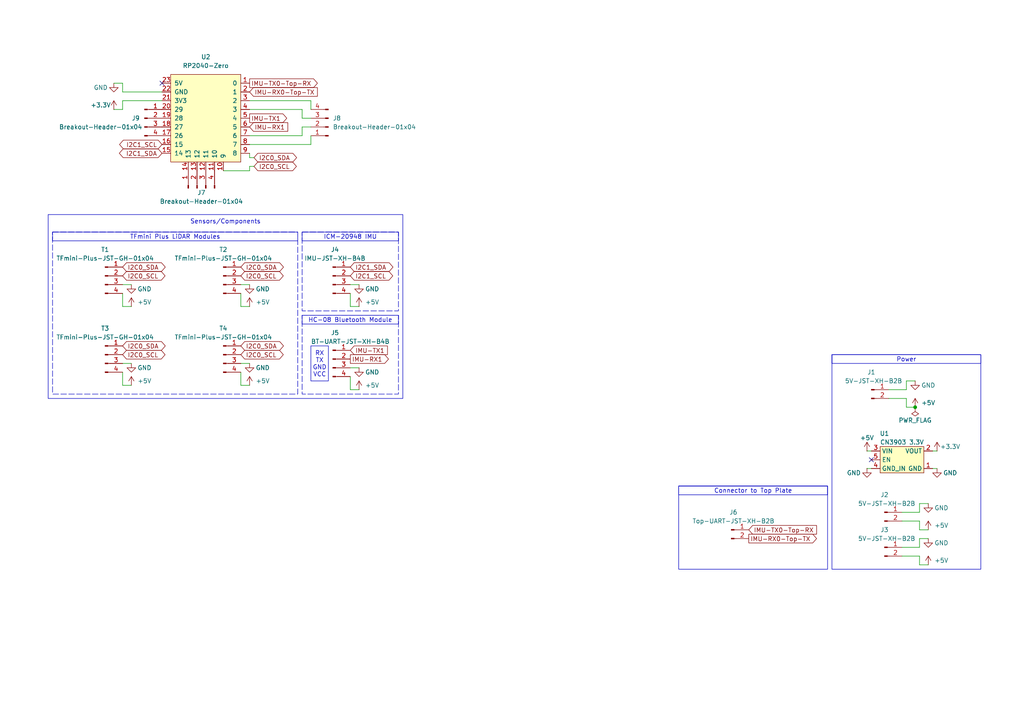
<source format=kicad_sch>
(kicad_sch (version 20231120) (generator "eeschema") (generator_version "8.0")
  (paper "A4")
  (title_block (title "IMU Plate") (date "2024-06-09") (rev "1.0.0") (company "Zhou Yikun & Zachary Ang") (comment 1 "RoboCup Junior Soccer Open 2024"))
  (lib_symbols
    (symbol "+3.3V_1" (power) (pin_numbers hide) (pin_names (offset 0) hide)
      (property "Value" "+3.3V" (at 0 3.556 0))
      (symbol "+3.3V_1_0_1"
        (polyline (pts (xy -0.762 1.27) (xy 0 2.54)))
        (polyline (pts (xy 0 0) (xy 0 2.54)))
        (polyline (pts (xy 0 2.54) (xy 0.762 1.27)))
      )
      (symbol "+3.3V_1_1_1"
        (pin power_in line (at 0 0 90) (length 0) (name "~") (number "1"))
      )
    )
    (symbol "Connector:Conn_01x02_Pin" (pin_names (offset 1.016) hide)
      (property "Reference" "J" (at 0 2.54 0))
      (property "Value" "Conn_01x02_Pin" (at 0 -5.08 0))
      (symbol "Conn_01x02_Pin_1_1"
        (polyline (pts (xy 1.27 -2.54) (xy 0.8636 -2.54)) (stroke (width 0.1524)))
        (polyline (pts (xy 1.27 0) (xy 0.8636 0)) (stroke (width 0.1524)))
        (rectangle (start 0.8636 -2.413) (end 0 -2.667) (stroke (width 0.1524)) (fill (type outline)))
        (rectangle (start 0.8636 0.127) (end 0 -0.127) (stroke (width 0.1524)) (fill (type outline)))
        (pin passive line (at 5.08 0 180) (length 3.81) (name "Pin_1") (number "1"))
        (pin passive line (at 5.08 -2.54 180) (length 3.81) (name "Pin_2") (number "2"))
      )
    )
    (symbol "Connector:Conn_01x04_Pin" (pin_names (offset 1.016) hide)
      (property "Reference" "J" (at 0 5.08 0))
      (property "Value" "Conn_01x04_Pin" (at 0 -7.62 0))
      (symbol "Conn_01x04_Pin_1_1"
        (polyline (pts (xy 1.27 -5.08) (xy 0.8636 -5.08)) (stroke (width 0.1524)))
        (polyline (pts (xy 1.27 -2.54) (xy 0.8636 -2.54)) (stroke (width 0.1524)))
        (polyline (pts (xy 1.27 0) (xy 0.8636 0)) (stroke (width 0.1524)))
        (polyline (pts (xy 1.27 2.54) (xy 0.8636 2.54)) (stroke (width 0.1524)))
        (rectangle (start 0.8636 -4.953) (end 0 -5.207) (stroke (width 0.1524)) (fill (type outline)))
        (rectangle (start 0.8636 -2.413) (end 0 -2.667) (stroke (width 0.1524)) (fill (type outline)))
        (rectangle (start 0.8636 0.127) (end 0 -0.127) (stroke (width 0.1524)) (fill (type outline)))
        (rectangle (start 0.8636 2.667) (end 0 2.413) (stroke (width 0.1524)) (fill (type outline)))
        (pin passive line (at 5.08 2.54 180) (length 3.81) (name "Pin_1") (number "1"))
        (pin passive line (at 5.08 0 180) (length 3.81) (name "Pin_2") (number "2"))
        (pin passive line (at 5.08 -2.54 180) (length 3.81) (name "Pin_3") (number "3"))
        (pin passive line (at 5.08 -5.08 180) (length 3.81) (name "Pin_4") (number "4"))
      )
    )
    (symbol "GND_1" (power) (pin_numbers hide) (pin_names (offset 0) hide)
      (property "Value" "GND" (at 0 -3.81 0))
      (symbol "GND_1_0_1"
        (polyline (pts (xy 0 0) (xy 0 -1.27) (xy 1.27 -1.27) (xy 0 -2.54) (xy -1.27 -1.27) (xy 0 -1.27)))
      )
      (symbol "GND_1_1_1"
        (pin power_in line (at 0 0 270) (length 0) (name "~") (number "1"))
      )
    )
    (symbol "GND_2" (power) (pin_names (offset 0))
      (property "Value" "GND" (at 0 -3.81 0))
      (symbol "GND_2_0_1"
        (polyline (pts (xy 0 0) (xy 0 -1.27) (xy 1.27 -1.27) (xy 0 -2.54) (xy -1.27 -1.27) (xy 0 -1.27)))
      )
      (symbol "GND_2_1_1"
        (pin power_in line (at 0 0 270) (length 0) hide (name "GND") (number "1"))
      )
    )
    (symbol "PorridgePi-Symbols:RP2040-Zero" (pin_names (offset 1.016))
      (property "Reference" "U" (at 0 12.7 0))
      (property "Value" "RP2040-Zero" (at 0.254 0 0))
      (symbol "RP2040-Zero_1_1"
        (rectangle (start -10.16 11.43) (end 10.16 -13.97) (fill (type background)))
        (pin bidirectional line (at 12.7 8.89 180) (length 2.54) (name "0") (number "1"))
        (pin bidirectional line (at 5.08 -16.51 90) (length 2.54) (name "9") (number "10"))
        (pin bidirectional line (at 2.54 -16.51 90) (length 2.54) (name "10") (number "11"))
        (pin bidirectional line (at 0 -16.51 90) (length 2.54) (name "11") (number "12"))
        (pin bidirectional line (at -2.54 -16.51 90) (length 2.54) (name "12") (number "13"))
        (pin bidirectional line (at -5.08 -16.51 90) (length 2.54) (name "13") (number "14"))
        (pin bidirectional line (at -12.7 -11.43 0) (length 2.54) (name "14") (number "15"))
        (pin bidirectional line (at -12.7 -8.89 0) (length 2.54) (name "15") (number "16"))
        (pin bidirectional line (at -12.7 -6.35 0) (length 2.54) (name "26") (number "17"))
        (pin bidirectional line (at -12.7 -3.81 0) (length 2.54) (name "27") (number "18"))
        (pin bidirectional line (at -12.7 -1.27 0) (length 2.54) (name "28") (number "19"))
        (pin bidirectional line (at 12.7 6.35 180) (length 2.54) (name "1") (number "2"))
        (pin bidirectional line (at -12.7 1.27 0) (length 2.54) (name "29") (number "20"))
        (pin power_in line (at -12.7 3.81 0) (length 2.54) (name "3V3") (number "21"))
        (pin power_in line (at -12.7 6.35 0) (length 2.54) (name "GND") (number "22"))
        (pin power_in line (at -12.7 8.89 0) (length 2.54) (name "5V") (number "23"))
        (pin bidirectional line (at 12.7 3.81 180) (length 2.54) (name "2") (number "3"))
        (pin bidirectional line (at 12.7 1.27 180) (length 2.54) (name "3") (number "4"))
        (pin bidirectional line (at 12.7 -1.27 180) (length 2.54) (name "4") (number "5"))
        (pin bidirectional line (at 12.7 -3.81 180) (length 2.54) (name "5") (number "6"))
        (pin bidirectional line (at 12.7 -6.35 180) (length 2.54) (name "6") (number "7"))
        (pin bidirectional line (at 12.7 -8.89 180) (length 2.54) (name "7") (number "8"))
        (pin bidirectional line (at 12.7 -11.43 180) (length 2.54) (name "8") (number "9"))
      )
    )
    (symbol "PorridgePi-Symbols:VREG-Voltage-Regulator"
      (property "Reference" "U" (at -5.08 5.08 0))
      (symbol "VREG-Voltage-Regulator_1_1"
        (rectangle (start -6.35 3.81) (end 6.35 -3.81) (fill (type background)))
        (pin power_out line (at 8.89 -2.54 180) (length 2.54) (name "GND") (number "1"))
        (pin power_out line (at 8.89 2.54 180) (length 2.54) (name "VOUT") (number "2"))
        (pin power_in line (at -8.89 2.54 0) (length 2.54) (name "VIN") (number "3"))
        (pin power_in line (at -8.89 -2.54 0) (length 2.54) (name "GND_IN") (number "4"))
        (pin input line (at -8.89 0 0) (length 2.54) (name "EN") (number "5"))
      )
    )
    (symbol "power:+5V" (power) (pin_numbers hide) (pin_names (offset 0) hide)
      (property "Value" "+5V" (at 0 3.556 0))
      (symbol "+5V_0_1"
        (polyline (pts (xy -0.762 1.27) (xy 0 2.54)))
        (polyline (pts (xy 0 0) (xy 0 2.54)))
        (polyline (pts (xy 0 2.54) (xy 0.762 1.27)))
      )
      (symbol "+5V_1_1"
        (pin power_in line (at 0 0 90) (length 0) (name "~") (number "1"))
      )
    )
    (symbol "power:GND" (power) (pin_names (offset 0))
      (property "Value" "GND" (at 0 -3.81 0))
      (symbol "GND_0_1"
        (polyline (pts (xy 0 0) (xy 0 -1.27) (xy 1.27 -1.27) (xy 0 -2.54) (xy -1.27 -1.27) (xy 0 -1.27)))
      )
      (symbol "GND_1_1"
        (pin power_in line (at 0 0 270) (length 0) hide (name "GND") (number "1"))
      )
    )
    (symbol "power:GND1" (power) (pin_numbers hide) (pin_names (offset 0) hide)
      (property "Value" "GND1" (at 0 -3.81 0))
      (symbol "GND1_0_1"
        (polyline (pts (xy 0 0) (xy 0 -1.27) (xy 1.27 -1.27) (xy 0 -2.54) (xy -1.27 -1.27) (xy 0 -1.27)))
      )
      (symbol "GND1_1_1"
        (pin power_in line (at 0 0 270) (length 0) (name "~") (number "1"))
      )
    )
    (symbol "power:PWR_FLAG" (power) (pin_numbers hide) (pin_names (offset 0) hide)
      (property "Value" "PWR_FLAG" (at 0 3.81 0))
      (symbol "PWR_FLAG_0_0"
        (pin power_out line (at 0 0 90) (length 0) (name "~") (number "1"))
      )
      (symbol "PWR_FLAG_0_1"
        (polyline (pts (xy 0 0) (xy 0 1.27) (xy -1.016 1.905) (xy 0 2.54) (xy 1.016 1.905) (xy 0 1.27)))
      )
    )
  )
  (junction (at 265.43 118.11))
  (no_connect (at 252.73 133.35))
  (no_connect (at 46.99 24.13))
  (wire (pts (xy 35.56 111.76) (xy 38.1 111.76)))
  (wire (pts (xy 35.56 24.13) (xy 33.02 24.13)))
  (wire (pts (xy 35.56 26.67) (xy 46.99 26.67)))
  (wire (pts (xy 266.7 151.13) (xy 261.62 151.13)))
  (wire (pts (xy 69.85 82.55) (xy 72.39 82.55)))
  (wire (pts (xy 69.85 111.76) (xy 72.39 111.76)))
  (wire (pts (xy 72.39 31.75) (xy 87.63 31.75)))
  (wire (pts (xy 266.7 163.83) (xy 269.24 163.83)))
  (wire (pts (xy 72.39 45.72) (xy 72.39 44.45)))
  (wire (pts (xy 87.63 36.83) (xy 90.17 36.83)))
  (wire (pts (xy 266.7 163.83) (xy 266.7 161.29)))
  (wire (pts (xy 90.17 41.91) (xy 90.17 39.37)))
  (wire (pts (xy 266.7 153.67) (xy 269.24 153.67)))
  (wire (pts (xy 266.7 146.05) (xy 269.24 146.05)))
  (wire (pts (xy 69.85 111.76) (xy 69.85 107.95)))
  (wire (pts (xy 73.66 45.72) (xy 72.39 45.72)))
  (wire (pts (xy 35.56 88.9) (xy 35.56 85.09)))
  (wire (pts (xy 266.7 158.75) (xy 261.62 158.75)))
  (wire (pts (xy 266.7 146.05) (xy 266.7 148.59)))
  (wire (pts (xy 69.85 88.9) (xy 72.39 88.9)))
  (wire (pts (xy 271.78 130.81) (xy 270.51 130.81)))
  (wire (pts (xy 87.63 31.75) (xy 87.63 34.29)))
  (wire (pts (xy 72.39 39.37) (xy 87.63 39.37)))
  (wire (pts (xy 35.56 24.13) (xy 35.56 26.67)))
  (wire (pts (xy 251.46 130.81) (xy 252.73 130.81)))
  (wire (pts (xy 266.7 156.21) (xy 269.24 156.21)))
  (wire (pts (xy 262.89 118.11) (xy 265.43 118.11)))
  (wire (pts (xy 104.14 113.03) (xy 101.6 113.03)))
  (wire (pts (xy 271.78 135.89) (xy 270.51 135.89)))
  (wire (pts (xy 33.02 31.75) (xy 35.56 31.75)))
  (wire (pts (xy 262.89 113.03) (xy 257.81 113.03)))
  (wire (pts (xy 35.56 111.76) (xy 35.56 107.95)))
  (wire (pts (xy 266.7 153.67) (xy 266.7 151.13)))
  (wire (pts (xy 101.6 82.55) (xy 104.14 82.55)))
  (wire (pts (xy 101.6 106.68) (xy 104.14 106.68)))
  (wire (pts (xy 266.7 148.59) (xy 261.62 148.59)))
  (wire (pts (xy 262.89 110.49) (xy 265.43 110.49)))
  (wire (pts (xy 72.39 48.26) (xy 72.39 49.53)))
  (wire (pts (xy 101.6 113.03) (xy 101.6 109.22)))
  (wire (pts (xy 69.85 105.41) (xy 72.39 105.41)))
  (wire (pts (xy 35.56 29.21) (xy 46.99 29.21)))
  (wire (pts (xy 262.89 118.11) (xy 262.89 115.57)))
  (wire (pts (xy 35.56 29.21) (xy 35.56 31.75)))
  (wire (pts (xy 35.56 88.9) (xy 38.1 88.9)))
  (wire (pts (xy 72.39 49.53) (xy 64.77 49.53)))
  (wire (pts (xy 72.39 48.26) (xy 73.66 48.26)))
  (wire (pts (xy 72.39 29.21) (xy 90.17 29.21)))
  (wire (pts (xy 101.6 88.9) (xy 101.6 85.09)))
  (wire (pts (xy 266.7 161.29) (xy 261.62 161.29)))
  (wire (pts (xy 72.39 41.91) (xy 90.17 41.91)))
  (wire (pts (xy 251.46 135.89) (xy 252.73 135.89)))
  (wire (pts (xy 87.63 39.37) (xy 87.63 36.83)))
  (wire (pts (xy 262.89 110.49) (xy 262.89 113.03)))
  (wire (pts (xy 90.17 29.21) (xy 90.17 31.75)))
  (wire (pts (xy 266.7 156.21) (xy 266.7 158.75)))
  (wire (pts (xy 101.6 88.9) (xy 104.14 88.9)))
  (wire (pts (xy 87.63 34.29) (xy 90.17 34.29)))
  (wire (pts (xy 69.85 88.9) (xy 69.85 85.09)))
  (wire (pts (xy 35.56 82.55) (xy 38.1 82.55)))
  (wire (pts (xy 35.56 105.41) (xy 38.1 105.41)))
  (wire (pts (xy 262.89 115.57) (xy 257.81 115.57)))
  (rectangle (start 87.63 91.44) (end 115.57 114.3) (stroke (width 0) (type dash)))
  (rectangle (start 196.85 140.97) (end 240.03 165.1))
  (rectangle (start 87.63 67.31) (end 115.57 90.17) (stroke (width 0) (type dash)))
  (rectangle (start 15.24 67.31) (end 86.36 114.3) (stroke (width 0) (type dash)))
  (rectangle (start 13.97 62.23) (end 116.84 115.57))
  (rectangle (start 241.3 102.87) (end 284.48 165.1))
  (text_box "Power" (at 241.3 102.87 0) (size 43.18 2.54) (effects (font (size 1.27 1.27))))
  (text_box "Connector to Top Plate" (at 196.85 140.97 0) (size 43.18 2.54) (effects (font (size 1.27 1.27))))
  (text_box "ICM-20948 IMU" (at 87.63 67.31 0) (size 27.94 2.54) (effects (font (size 1.27 1.27))))
  (text_box "HC-08 Bluetooth Module" (at 87.63 91.44 0) (size 27.94 2.54) (effects (font (size 1.27 1.27))))
  (text_box "RX\nTX\nGND\nVCC" (at 90.17 100.33 0) (size 5.08 10.16) (effects (font (size 1.27 1.27))))
  (text_box "Sensors/Components" (at 13.97 62.23 0) (size 102.87 3.81) (stroke (width -0.0001)) (effects (font (size 1.27 1.27))))
  (text_box "TFmini Plus LiDAR Modules" (at 15.24 67.31 0) (size 71.12 2.54) (effects (font (size 1.27 1.27))))
  (global_label "I2C1_SDA" (shape bidirectional) (at 46.99 44.45 180) (property "Intersheetrefs" "${INTERSHEET_REFS}" (effects (hide yes))))
  (global_label "I2C0_SCL" (shape bidirectional) (at 69.85 80.01 0) (property "Intersheetrefs" "${INTERSHEET_REFS}" (effects (hide yes))))
  (global_label "I2C0_SDA" (shape bidirectional) (at 35.56 100.33 0) (property "Intersheetrefs" "${INTERSHEET_REFS}" (effects (hide yes))))
  (global_label "I2C0_SCL" (shape bidirectional) (at 35.56 80.01 0) (property "Intersheetrefs" "${INTERSHEET_REFS}" (effects (hide yes))))
  (global_label "I2C0_SDA" (shape bidirectional) (at 73.66 45.72 0) (property "Intersheetrefs" "${INTERSHEET_REFS}" (effects (hide yes))))
  (global_label "I2C1_SCL" (shape bidirectional) (at 101.6 80.01 0) (property "Intersheetrefs" "${INTERSHEET_REFS}" (effects (hide yes))))
  (global_label "I2C0_SCL" (shape bidirectional) (at 69.85 102.87 0) (property "Intersheetrefs" "${INTERSHEET_REFS}" (effects (hide yes))))
  (global_label "I2C0_SCL" (shape bidirectional) (at 35.56 102.87 0) (property "Intersheetrefs" "${INTERSHEET_REFS}" (effects (hide yes))))
  (global_label "IMU-TX0-Top-RX" (shape output) (at 72.39 24.13 0) (property "Intersheetrefs" "${INTERSHEET_REFS}" (effects (hide yes))))
  (global_label "I2C0_SDA" (shape bidirectional) (at 69.85 100.33 0) (property "Intersheetrefs" "${INTERSHEET_REFS}" (effects (hide yes))))
  (global_label "I2C0_SDA" (shape bidirectional) (at 69.85 77.47 0) (property "Intersheetrefs" "${INTERSHEET_REFS}" (effects (hide yes))))
  (global_label "IMU-TX1" (shape input) (at 101.6 101.6 0) (property "Intersheetrefs" "${INTERSHEET_REFS}" (effects (hide yes))))
  (global_label "IMU-RX1" (shape output) (at 101.6 104.14 0) (property "Intersheetrefs" "${INTERSHEET_REFS}" (effects (hide yes))))
  (global_label "IMU-TX1" (shape output) (at 72.39 34.29 0) (property "Intersheetrefs" "${INTERSHEET_REFS}" (effects (hide yes))))
  (global_label "I2C0_SCL" (shape bidirectional) (at 73.66 48.26 0) (property "Intersheetrefs" "${INTERSHEET_REFS}" (effects (hide yes))))
  (global_label "I2C1_SCL" (shape bidirectional) (at 46.99 41.91 180) (property "Intersheetrefs" "${INTERSHEET_REFS}" (effects (hide yes))))
  (global_label "IMU-RX1" (shape input) (at 72.39 36.83 0) (property "Intersheetrefs" "${INTERSHEET_REFS}" (effects (hide yes))))
  (global_label "IMU-RX0-Top-TX" (shape input) (at 72.39 26.67 0) (property "Intersheetrefs" "${INTERSHEET_REFS}" (effects (hide yes))))
  (global_label "IMU-RX0-Top-TX" (shape output) (at 217.17 156.21 0) (property "Intersheetrefs" "${INTERSHEET_REFS}" (effects (hide yes))))
  (global_label "IMU-TX0-Top-RX" (shape input) (at 217.17 153.67 0) (property "Intersheetrefs" "${INTERSHEET_REFS}" (effects (hide yes))))
  (global_label "I2C0_SDA" (shape bidirectional) (at 35.56 77.47 0) (property "Intersheetrefs" "${INTERSHEET_REFS}" (effects (hide yes))))
  (global_label "I2C1_SDA" (shape bidirectional) (at 101.6 77.47 0) (property "Intersheetrefs" "${INTERSHEET_REFS}" (effects (hide yes))))
  (symbol (lib_id "power:GND1") (at 104.14 106.68 0) (unit 1)
    (property "Reference" "#PWR015" (effects (hide yes)))
    (property "Value" "GND" (at 107.95 107.95 0))
    (property "Description" "Power symbol creates a global label with name \"GND1\" , ground" (effects (hide yes)))
  )
  (symbol (lib_name "GND_2") (lib_id "power:GND") (at 271.78 135.89 0) (unit 1)
    (property "Reference" "#PWR018" (effects (hide yes)))
    (property "Value" "GND" (at 275.59 137.16 0))
  )
  (symbol (lib_name "GND_1") (lib_id "power:GND") (at 269.24 146.05 0) (unit 1)
    (property "Reference" "#PWR07" (effects (hide yes)))
    (property "Value" "GND" (at 273.05 147.32 0))
    (property "Description" "Power symbol creates a global label with name \"GND\" , ground" (effects (hide yes)))
  )
  (symbol (lib_id "power:+5V") (at 38.1 88.9 0) (unit 1)
    (property "Reference" "#PWR06" (effects (hide yes)))
    (property "Value" "+5V" (at 41.91 87.63 0))
  )
  (symbol (lib_id "power:PWR_FLAG") (at 265.43 118.11 180) (unit 1)
    (property "Reference" "#FLG01" (effects (hide yes)))
    (property "Value" "PWR_FLAG" (at 265.43 121.92 0))
    (property "Description" "Special symbol for telling ERC where power comes from" (effects (hide yes)))
  )
  (symbol (lib_id "Connector:Conn_01x04_Pin") (at 30.48 80.01 0) (unit 1)
    (property "Reference" "T1" (at 30.48 72.39 0))
    (property "Value" "TFmini-Plus-JST-GH-01x04" (at 30.48 74.93 0))
    (property "Footprint" "Connector_JST:JST_GH_BM04B-GHS-TBT_1x04-1MP_P1.25mm_Vertical" (effects (hide yes)))
    (property "Description" "Generic connector, single row, 01x04, script generated" (effects (hide yes)))
  )
  (symbol (lib_id "power:+5V") (at 104.14 113.03 0) (unit 1)
    (property "Reference" "#PWR013" (effects (hide yes)))
    (property "Value" "+5V" (at 107.95 111.76 0))
  )
  (symbol (lib_id "power:+5V") (at 38.1 111.76 0) (unit 1)
    (property "Reference" "#PWR022" (effects (hide yes)))
    (property "Value" "+5V" (at 41.91 110.49 0))
  )
  (symbol (lib_name "+3.3V_1") (lib_id "power:+3.3V") (at 33.02 31.75 0) (unit 1)
    (property "Reference" "#PWR014" (effects (hide yes)))
    (property "Value" "+3.3V" (at 29.21 30.48 0))
    (property "Description" "Power symbol creates a global label with name \"+3.3V\"" (effects (hide yes)))
  )
  (symbol (lib_id "power:+5V") (at 104.14 88.9 0) (unit 1)
    (property "Reference" "#PWR012" (effects (hide yes)))
    (property "Value" "+5V" (at 107.95 87.63 0))
  )
  (symbol (lib_id "Connector:Conn_01x04_Pin") (at 96.52 80.01 0) (unit 1)
    (property "Reference" "J4" (at 97.155 72.39 0))
    (property "Value" "IMU-JST-XH-B4B" (at 97.155 74.93 0))
    (property "Footprint" "Connector_JST:JST_XH_B4B-XH-A_1x04_P2.50mm_Vertical" (effects (hide yes)))
    (property "Description" "Generic connector, single row, 01x04, script generated" (effects (hide yes)))
  )
  (symbol (lib_id "power:+5V") (at 251.46 130.81 0) (unit 1)
    (property "Reference" "#PWR01" (effects (hide yes)))
    (property "Value" "+5V" (at 251.46 127 0))
    (property "Description" "Power symbol creates a global label with name \"+5V\"" (effects (hide yes)))
  )
  (symbol (lib_id "Connector:Conn_01x04_Pin") (at 30.48 102.87 0) (unit 1)
    (property "Reference" "T3" (at 30.48 95.25 0))
    (property "Value" "TFmini-Plus-JST-GH-01x04" (at 30.48 97.79 0))
    (property "Footprint" "Connector_JST:JST_GH_BM04B-GHS-TBT_1x04-1MP_P1.25mm_Vertical" (effects (hide yes)))
    (property "Description" "Generic connector, single row, 01x04, script generated" (effects (hide yes)))
  )
  (symbol (lib_id "power:+5V") (at 265.43 118.11 0) (unit 1)
    (property "Reference" "#PWR05" (effects (hide yes)))
    (property "Value" "+5V" (at 269.24 116.84 0))
    (property "Description" "Power symbol creates a global label with name \"+5V\"" (effects (hide yes)))
  )
  (symbol (lib_id "PorridgePi-Symbols:VREG-Voltage-Regulator") (at 261.62 133.35 0) (unit 1)
    (property "Reference" "U1" (at 256.54 125.73 0))
    (property "Value" "CN3903 3.3V" (at 261.62 128.27 0))
    (property "Footprint" "PorridgePi-Personal:CN3903" (effects (hide yes)))
  )
  (symbol (lib_name "GND_1") (lib_id "power:GND") (at 251.46 135.89 0) (unit 1)
    (property "Reference" "#PWR02" (effects (hide yes)))
    (property "Value" "GND" (at 247.65 137.16 0))
    (property "Description" "Power symbol creates a global label with name \"GND\" , ground" (effects (hide yes)))
  )
  (symbol (lib_id "Connector:Conn_01x02_Pin") (at 256.54 148.59 0) (unit 1)
    (property "Reference" "J2" (at 256.54 143.51 0))
    (property "Value" "5V-JST-XH-B2B" (at 257.175 146.05 0))
    (property "Footprint" "Connector_JST:JST_XH_B2B-XH-A_1x02_P2.50mm_Vertical" (effects (hide yes)))
  )
  (symbol (lib_id "Connector:Conn_01x04_Pin") (at 95.25 36.83 180) (unit 1)
    (property "Reference" "J8" (at 96.52 34.2899 0) (effects (justify right)))
    (property "Value" "Breakout-Header-01x04" (at 96.52 36.8299 0) (effects (justify right)))
    (property "Footprint" "Connector_PinHeader_2.54mm:PinHeader_1x04_P2.54mm_Vertical" (effects (hide yes)))
    (property "Description" "Generic connector, single row, 01x04, script generated" (effects (hide yes)))
  )
  (symbol (lib_id "power:+5V") (at 269.24 153.67 0) (unit 1)
    (property "Reference" "#PWR08" (effects (hide yes)))
    (property "Value" "+5V" (at 273.05 152.4 0))
    (property "Description" "Power symbol creates a global label with name \"+5V\"" (effects (hide yes)))
  )
  (symbol (lib_name "GND_2") (lib_id "power:GND") (at 33.02 24.13 0) (unit 1)
    (property "Reference" "#PWR016" (effects (hide yes)))
    (property "Value" "GND" (at 29.21 25.4 0))
  )
  (symbol (lib_id "Connector:Conn_01x02_Pin") (at 212.09 153.67 0) (unit 1)
    (property "Reference" "J6" (at 212.725 148.59 0))
    (property "Value" "Top-UART-JST-XH-B2B" (at 212.725 151.13 0))
    (property "Footprint" "Connector_JST:JST_XH_B2B-XH-A_1x02_P2.50mm_Vertical" (effects (hide yes)))
  )
  (symbol (lib_id "Connector:Conn_01x04_Pin") (at 96.52 104.14 0) (unit 1)
    (property "Reference" "J5" (at 97.155 96.52 0))
    (property "Value" "BT-UART-JST-XH-B4B" (at 101.6 99.06 0))
    (property "Footprint" "Connector_JST:JST_XH_B4B-XH-A_1x04_P2.50mm_Vertical" (effects (hide yes)))
    (property "Description" "Generic connector, single row, 01x04, script generated" (effects (hide yes)))
  )
  (symbol (lib_id "PorridgePi-Symbols:RP2040-Zero") (at 59.69 33.02 0) (unit 1)
    (property "Reference" "U2" (at 59.69 16.51 0))
    (property "Value" "RP2040-Zero" (at 59.69 19.05 0))
    (property "Footprint" "PorridgePi-Personal:RP2040-Zero" (effects (hide yes)))
  )
  (symbol (lib_id "power:GND") (at 72.39 82.55 0) (unit 1)
    (property "Reference" "#PWR019" (effects (hide yes)))
    (property "Value" "GND" (at 76.2 83.82 0))
  )
  (symbol (lib_id "Connector:Conn_01x02_Pin") (at 252.73 113.03 0) (unit 1)
    (property "Reference" "J1" (at 252.73 107.95 0))
    (property "Value" "5V-JST-XH-B2B" (at 253.365 110.49 0))
    (property "Footprint" "Connector_JST:JST_XH_B2B-XH-A_1x02_P2.50mm_Vertical" (effects (hide yes)))
  )
  (symbol (lib_id "Connector:Conn_01x04_Pin") (at 57.15 54.61 90) (unit 1)
    (property "Reference" "J7" (at 58.42 55.88 90))
    (property "Value" "Breakout-Header-01x04" (at 58.42 58.42 90))
    (property "Footprint" "Connector_PinHeader_2.54mm:PinHeader_1x04_P2.54mm_Vertical" (effects (hide yes)))
    (property "Description" "Generic connector, single row, 01x04, script generated" (effects (hide yes)))
  )
  (symbol (lib_id "Connector:Conn_01x04_Pin") (at 64.77 80.01 0) (unit 1)
    (property "Reference" "T2" (at 64.77 72.39 0))
    (property "Value" "TFmini-Plus-JST-GH-01x04" (at 64.77 74.93 0))
    (property "Footprint" "Connector_JST:JST_GH_BM04B-GHS-TBT_1x04-1MP_P1.25mm_Vertical" (effects (hide yes)))
    (property "Description" "Generic connector, single row, 01x04, script generated" (effects (hide yes)))
  )
  (symbol (lib_id "Connector:Conn_01x04_Pin") (at 64.77 102.87 0) (unit 1)
    (property "Reference" "T4" (at 64.77 95.25 0))
    (property "Value" "TFmini-Plus-JST-GH-01x04" (at 64.77 97.79 0))
    (property "Footprint" "Connector_JST:JST_GH_BM04B-GHS-TBT_1x04-1MP_P1.25mm_Vertical" (effects (hide yes)))
    (property "Description" "Generic connector, single row, 01x04, script generated" (effects (hide yes)))
  )
  (symbol (lib_name "GND_1") (lib_id "power:GND") (at 269.24 156.21 0) (unit 1)
    (property "Reference" "#PWR09" (effects (hide yes)))
    (property "Value" "GND" (at 273.05 157.48 0))
    (property "Description" "Power symbol creates a global label with name \"GND\" , ground" (effects (hide yes)))
  )
  (symbol (lib_id "power:GND") (at 72.39 105.41 0) (unit 1)
    (property "Reference" "#PWR023" (effects (hide yes)))
    (property "Value" "GND" (at 76.2 106.68 0))
  )
  (symbol (lib_id "power:GND") (at 104.14 82.55 0) (unit 1)
    (property "Reference" "#PWR011" (effects (hide yes)))
    (property "Value" "GND" (at 107.95 83.82 0))
  )
  (symbol (lib_id "power:GND") (at 38.1 82.55 0) (unit 1)
    (property "Reference" "#PWR03" (effects (hide yes)))
    (property "Value" "GND" (at 41.91 83.82 0))
  )
  (symbol (lib_id "power:GND") (at 38.1 105.41 0) (unit 1)
    (property "Reference" "#PWR021" (effects (hide yes)))
    (property "Value" "GND" (at 41.91 106.68 0))
  )
  (symbol (lib_name "GND_1") (lib_id "power:GND") (at 265.43 110.49 0) (unit 1)
    (property "Reference" "#PWR04" (effects (hide yes)))
    (property "Value" "GND" (at 269.24 111.76 0))
    (property "Description" "Power symbol creates a global label with name \"GND\" , ground" (effects (hide yes)))
  )
  (symbol (lib_id "power:+5V") (at 72.39 88.9 0) (unit 1)
    (property "Reference" "#PWR020" (effects (hide yes)))
    (property "Value" "+5V" (at 76.2 87.63 0))
  )
  (symbol (lib_id "power:+5V") (at 72.39 111.76 0) (unit 1)
    (property "Reference" "#PWR024" (effects (hide yes)))
    (property "Value" "+5V" (at 76.2 110.49 0))
  )
  (symbol (lib_name "+3.3V_1") (lib_id "power:+3.3V") (at 271.78 130.81 0) (unit 1)
    (property "Reference" "#PWR017" (effects (hide yes)))
    (property "Value" "+3.3V" (at 275.59 129.54 0))
    (property "Description" "Power symbol creates a global label with name \"+3.3V\"" (effects (hide yes)))
  )
  (symbol (lib_id "Connector:Conn_01x04_Pin") (at 41.91 34.29 0) (unit 1)
    (property "Reference" "J9" (at 39.37 34.29 0))
    (property "Value" "Breakout-Header-01x04" (at 29.21 36.83 0))
    (property "Footprint" "Connector_PinHeader_2.54mm:PinHeader_1x04_P2.54mm_Vertical" (effects (hide yes)))
    (property "Description" "Generic connector, single row, 01x04, script generated" (effects (hide yes)))
  )
  (symbol (lib_id "Connector:Conn_01x02_Pin") (at 256.54 158.75 0) (unit 1)
    (property "Reference" "J3" (at 256.54 153.67 0))
    (property "Value" "5V-JST-XH-B2B" (at 257.175 156.21 0))
    (property "Footprint" "Connector_JST:JST_XH_B2B-XH-A_1x02_P2.50mm_Vertical" (effects (hide yes)))
  )
  (symbol (lib_id "power:+5V") (at 269.24 163.83 0) (unit 1)
    (property "Reference" "#PWR010" (effects (hide yes)))
    (property "Value" "+5V" (at 273.05 162.56 0))
    (property "Description" "Power symbol creates a global label with name \"+5V\"" (effects (hide yes)))
  )
)
</source>
